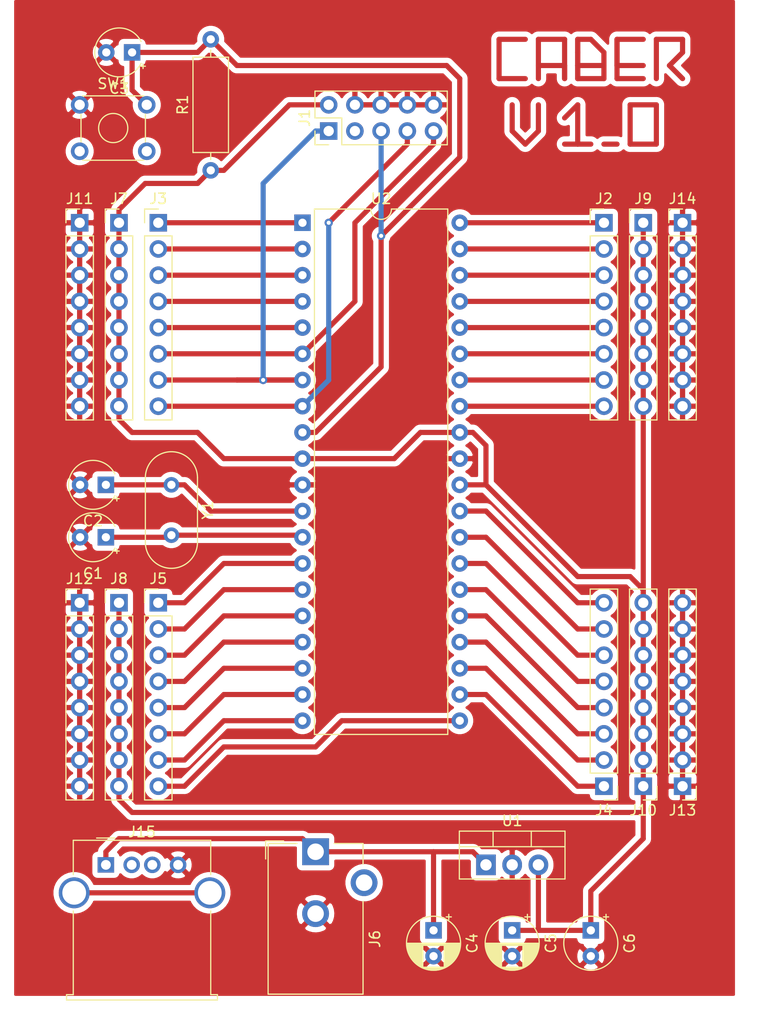
<source format=kicad_pcb>
(kicad_pcb (version 20171130) (host pcbnew 5.99.0+really5.1.10+dfsg1-1)
  (layers (0 F.Cu signal) (31 B.Cu signal) (34 B.Paste user) (35 F.Paste user) (36 B.SilkS user) (37 F.SilkS user) (38 B.Mask user) (39 F.Mask user) (44 Edge.Cuts user))
  (net 0 "")
  (net 1 "Net-(C1-Pad1)")
  (net 2 "Net-(C2-Pad1)")
  (net 3 "Net-(C3-Pad1)")
  (net 4 VDD)
  (net 5 VCC)
  (net 6 "Net-(J1-Pad1)")
  (net 7 "Net-(J1-Pad3)")
  (net 8 "Net-(J1-Pad7)")
  (net 9 "Net-(J1-Pad9)")
  (net 10 "Net-(J2-Pad8)")
  (net 11 "Net-(J2-Pad7)")
  (net 12 "Net-(J2-Pad6)")
  (net 13 "Net-(J2-Pad5)")
  (net 14 "Net-(J2-Pad4)")
  (net 15 "Net-(J2-Pad3)")
  (net 16 "Net-(J2-Pad2)")
  (net 17 "Net-(J2-Pad1)")
  (net 18 "Net-(J3-Pad1)")
  (net 19 "Net-(J3-Pad2)")
  (net 20 "Net-(J3-Pad3)")
  (net 21 "Net-(J3-Pad4)")
  (net 22 "Net-(J3-Pad5)")
  (net 23 "Net-(J4-Pad8)")
  (net 24 "Net-(J4-Pad7)")
  (net 25 "Net-(J4-Pad6)")
  (net 26 "Net-(J4-Pad5)")
  (net 27 "Net-(J4-Pad4)")
  (net 28 "Net-(J4-Pad3)")
  (net 29 "Net-(J4-Pad2)")
  (net 30 "Net-(J4-Pad1)")
  (net 31 "Net-(J5-Pad1)")
  (net 32 "Net-(J5-Pad2)")
  (net 33 "Net-(J5-Pad3)")
  (net 34 "Net-(J5-Pad4)")
  (net 35 "Net-(J5-Pad5)")
  (net 36 "Net-(J5-Pad6)")
  (net 37 "Net-(J5-Pad7)")
  (net 38 "Net-(J5-Pad8)")
  (net 39 GNDS)
  (net 40 "Net-(J15-Pad5)")
  (net 41 "Net-(J15-Pad2)")
  (net 42 "Net-(J15-Pad3)")
  (module Connector_BarrelJack:BarrelJack_CUI_PJ-102AH_Horizontal (layer F.Cu) (at 97.79 116.84)
    (fp_text reference J6 (at 5.75 8.45 90) (layer F.SilkS))
    (fp_text value Jack-DC)
    (pad 1 thru_hole rect (at 0 0) (size 2.6 2.6) (drill 1.6) (layers *.Cu *.Mask) (net 4 VDD))
    (pad 2 thru_hole circle (at 0 6) (size 2.6 2.6) (drill 1.6) (layers *.Cu *.Mask) (net 39 GNDS))
    (pad 3 thru_hole circle (at 4.7 3) (size 2.6 2.6) (drill 1.6) (layers *.Cu *.Mask))
  )
  (module Package_DIP:DIP-40_W15.24mm (layer F.Cu) (at 96.52 55.88)
    (fp_text reference U2 (at 7.62 -2.33) (layer F.SilkS))
    (fp_text value ATmega1284-PU)
    (pad 1 thru_hole rect (at 0 0) (size 1.6 1.6) (drill 0.8) (layers *.Cu *.Mask) (net 18 "Net-(J3-Pad1)"))
    (pad 21 thru_hole oval (at 15.24 48.26) (size 1.6 1.6) (drill 0.8) (layers *.Cu *.Mask) (net 38 "Net-(J5-Pad8)"))
    (pad 2 thru_hole oval (at 0 2.54) (size 1.6 1.6) (drill 0.8) (layers *.Cu *.Mask) (net 19 "Net-(J3-Pad2)"))
    (pad 22 thru_hole oval (at 15.24 45.72) (size 1.6 1.6) (drill 0.8) (layers *.Cu *.Mask) (net 30 "Net-(J4-Pad1)"))
    (pad 3 thru_hole oval (at 0 5.08) (size 1.6 1.6) (drill 0.8) (layers *.Cu *.Mask) (net 20 "Net-(J3-Pad3)"))
    (pad 23 thru_hole oval (at 15.24 43.18) (size 1.6 1.6) (drill 0.8) (layers *.Cu *.Mask) (net 29 "Net-(J4-Pad2)"))
    (pad 4 thru_hole oval (at 0 7.62) (size 1.6 1.6) (drill 0.8) (layers *.Cu *.Mask) (net 21 "Net-(J3-Pad4)"))
    (pad 24 thru_hole oval (at 15.24 40.64) (size 1.6 1.6) (drill 0.8) (layers *.Cu *.Mask) (net 28 "Net-(J4-Pad3)"))
    (pad 5 thru_hole oval (at 0 10.16) (size 1.6 1.6) (drill 0.8) (layers *.Cu *.Mask) (net 22 "Net-(J3-Pad5)"))
    (pad 25 thru_hole oval (at 15.24 38.1) (size 1.6 1.6) (drill 0.8) (layers *.Cu *.Mask) (net 27 "Net-(J4-Pad4)"))
    (pad 6 thru_hole oval (at 0 12.7) (size 1.6 1.6) (drill 0.8) (layers *.Cu *.Mask) (net 9 "Net-(J1-Pad9)"))
    (pad 26 thru_hole oval (at 15.24 35.56) (size 1.6 1.6) (drill 0.8) (layers *.Cu *.Mask) (net 26 "Net-(J4-Pad5)"))
    (pad 7 thru_hole oval (at 0 15.24) (size 1.6 1.6) (drill 0.8) (layers *.Cu *.Mask) (net 6 "Net-(J1-Pad1)"))
    (pad 27 thru_hole oval (at 15.24 33.02) (size 1.6 1.6) (drill 0.8) (layers *.Cu *.Mask) (net 25 "Net-(J4-Pad6)"))
    (pad 8 thru_hole oval (at 0 17.78) (size 1.6 1.6) (drill 0.8) (layers *.Cu *.Mask) (net 8 "Net-(J1-Pad7)"))
    (pad 28 thru_hole oval (at 15.24 30.48) (size 1.6 1.6) (drill 0.8) (layers *.Cu *.Mask) (net 24 "Net-(J4-Pad7)"))
    (pad 9 thru_hole oval (at 0 20.32) (size 1.6 1.6) (drill 0.8) (layers *.Cu *.Mask) (net 3 "Net-(C3-Pad1)"))
    (pad 29 thru_hole oval (at 15.24 27.94) (size 1.6 1.6) (drill 0.8) (layers *.Cu *.Mask) (net 23 "Net-(J4-Pad8)"))
    (pad 10 thru_hole oval (at 0 22.86) (size 1.6 1.6) (drill 0.8) (layers *.Cu *.Mask) (net 5 VCC))
    (pad 30 thru_hole oval (at 15.24 25.4) (size 1.6 1.6) (drill 0.8) (layers *.Cu *.Mask) (net 5 VCC))
    (pad 11 thru_hole oval (at 0 25.4) (size 1.6 1.6) (drill 0.8) (layers *.Cu *.Mask) (net 39 GNDS))
    (pad 31 thru_hole oval (at 15.24 22.86) (size 1.6 1.6) (drill 0.8) (layers *.Cu *.Mask) (net 39 GNDS))
    (pad 12 thru_hole oval (at 0 27.94) (size 1.6 1.6) (drill 0.8) (layers *.Cu *.Mask) (net 2 "Net-(C2-Pad1)"))
    (pad 32 thru_hole oval (at 15.24 20.32) (size 1.6 1.6) (drill 0.8) (layers *.Cu *.Mask) (net 5 VCC))
    (pad 13 thru_hole oval (at 0 30.48) (size 1.6 1.6) (drill 0.8) (layers *.Cu *.Mask) (net 1 "Net-(C1-Pad1)"))
    (pad 33 thru_hole oval (at 15.24 17.78) (size 1.6 1.6) (drill 0.8) (layers *.Cu *.Mask) (net 10 "Net-(J2-Pad8)"))
    (pad 14 thru_hole oval (at 0 33.02) (size 1.6 1.6) (drill 0.8) (layers *.Cu *.Mask) (net 31 "Net-(J5-Pad1)"))
    (pad 34 thru_hole oval (at 15.24 15.24) (size 1.6 1.6) (drill 0.8) (layers *.Cu *.Mask) (net 11 "Net-(J2-Pad7)"))
    (pad 15 thru_hole oval (at 0 35.56) (size 1.6 1.6) (drill 0.8) (layers *.Cu *.Mask) (net 32 "Net-(J5-Pad2)"))
    (pad 35 thru_hole oval (at 15.24 12.7) (size 1.6 1.6) (drill 0.8) (layers *.Cu *.Mask) (net 12 "Net-(J2-Pad6)"))
    (pad 16 thru_hole oval (at 0 38.1) (size 1.6 1.6) (drill 0.8) (layers *.Cu *.Mask) (net 33 "Net-(J5-Pad3)"))
    (pad 36 thru_hole oval (at 15.24 10.16) (size 1.6 1.6) (drill 0.8) (layers *.Cu *.Mask) (net 13 "Net-(J2-Pad5)"))
    (pad 17 thru_hole oval (at 0 40.64) (size 1.6 1.6) (drill 0.8) (layers *.Cu *.Mask) (net 34 "Net-(J5-Pad4)"))
    (pad 37 thru_hole oval (at 15.24 7.62) (size 1.6 1.6) (drill 0.8) (layers *.Cu *.Mask) (net 14 "Net-(J2-Pad4)"))
    (pad 18 thru_hole oval (at 0 43.18) (size 1.6 1.6) (drill 0.8) (layers *.Cu *.Mask) (net 35 "Net-(J5-Pad5)"))
    (pad 38 thru_hole oval (at 15.24 5.08) (size 1.6 1.6) (drill 0.8) (layers *.Cu *.Mask) (net 15 "Net-(J2-Pad3)"))
    (pad 19 thru_hole oval (at 0 45.72) (size 1.6 1.6) (drill 0.8) (layers *.Cu *.Mask) (net 36 "Net-(J5-Pad6)"))
    (pad 39 thru_hole oval (at 15.24 2.54) (size 1.6 1.6) (drill 0.8) (layers *.Cu *.Mask) (net 16 "Net-(J2-Pad2)"))
    (pad 20 thru_hole oval (at 0 48.26) (size 1.6 1.6) (drill 0.8) (layers *.Cu *.Mask) (net 37 "Net-(J5-Pad7)"))
    (pad 40 thru_hole oval (at 15.24 0) (size 1.6 1.6) (drill 0.8) (layers *.Cu *.Mask) (net 17 "Net-(J2-Pad1)"))
  )
  (module Connector_PinHeader_2.54mm:PinHeader_2x05_P2.54mm_Vertical (layer F.Cu) (at 99.06 46.99 90)
    (fp_text reference J1 (at 1.27 -2.33 90) (layer F.SilkS))
    (fp_text value AVR-ISP-10)
    (pad 1 thru_hole rect (at 0 0 90) (size 1.7 1.7) (drill 1) (layers *.Cu *.Mask) (net 6 "Net-(J1-Pad1)"))
    (pad 2 thru_hole oval (at 2.54 0 90) (size 1.7 1.7) (drill 1) (layers *.Cu *.Mask) (net 5 VCC))
    (pad 3 thru_hole oval (at 0 2.54 90) (size 1.7 1.7) (drill 1) (layers *.Cu *.Mask) (net 7 "Net-(J1-Pad3)"))
    (pad 4 thru_hole oval (at 2.54 2.54 90) (size 1.7 1.7) (drill 1) (layers *.Cu *.Mask) (net 39 GNDS))
    (pad 5 thru_hole oval (at 0 5.08 90) (size 1.7 1.7) (drill 1) (layers *.Cu *.Mask) (net 3 "Net-(C3-Pad1)"))
    (pad 6 thru_hole oval (at 2.54 5.08 90) (size 1.7 1.7) (drill 1) (layers *.Cu *.Mask) (net 39 GNDS))
    (pad 7 thru_hole oval (at 0 7.62 90) (size 1.7 1.7) (drill 1) (layers *.Cu *.Mask) (net 8 "Net-(J1-Pad7)"))
    (pad 8 thru_hole oval (at 2.54 7.62 90) (size 1.7 1.7) (drill 1) (layers *.Cu *.Mask) (net 39 GNDS))
    (pad 9 thru_hole oval (at 0 10.16 90) (size 1.7 1.7) (drill 1) (layers *.Cu *.Mask) (net 9 "Net-(J1-Pad9)"))
    (pad 10 thru_hole oval (at 2.54 10.16 90) (size 1.7 1.7) (drill 1) (layers *.Cu *.Mask) (net 39 GNDS))
  )
  (module Capacitor_THT:CP_Radial_Tantal_D4.5mm_P2.50mm (layer F.Cu) (at 77.47 86.36 180)
    (fp_text reference C1 (at 1.25 -3.5) (layer F.SilkS))
    (fp_text value C)
    (pad 1 thru_hole rect (at 0 0 180) (size 1.6 1.6) (drill 0.8) (layers *.Cu *.Mask) (net 1 "Net-(C1-Pad1)"))
    (pad 2 thru_hole circle (at 2.5 0 180) (size 1.6 1.6) (drill 0.8) (layers *.Cu *.Mask) (net 39 GNDS))
  )
  (module Capacitor_THT:CP_Radial_Tantal_D4.5mm_P2.50mm (layer F.Cu) (at 77.47 81.28 180)
    (fp_text reference C2 (at 1.25 -3.5) (layer F.SilkS))
    (fp_text value C)
    (pad 2 thru_hole circle (at 2.5 0 180) (size 1.6 1.6) (drill 0.8) (layers *.Cu *.Mask) (net 39 GNDS))
    (pad 1 thru_hole rect (at 0 0 180) (size 1.6 1.6) (drill 0.8) (layers *.Cu *.Mask) (net 2 "Net-(C2-Pad1)"))
  )
  (module Capacitor_THT:CP_Radial_Tantal_D4.5mm_P2.50mm (layer F.Cu) (at 80.01 39.37 180)
    (fp_text reference C3 (at 1.25 -3.5) (layer F.SilkS))
    (fp_text value C)
    (pad 1 thru_hole rect (at 0 0 180) (size 1.6 1.6) (drill 0.8) (layers *.Cu *.Mask) (net 3 "Net-(C3-Pad1)"))
    (pad 2 thru_hole circle (at 2.5 0 180) (size 1.6 1.6) (drill 0.8) (layers *.Cu *.Mask) (net 39 GNDS))
  )
  (module Capacitor_THT:CP_Radial_D5.0mm_P2.50mm (layer F.Cu) (at 109.22 124.46 270)
    (fp_text reference C4 (at 1.25 -3.75 90) (layer F.SilkS))
    (fp_text value CP)
    (pad 1 thru_hole rect (at 0 0 270) (size 1.6 1.6) (drill 0.8) (layers *.Cu *.Mask) (net 4 VDD))
    (pad 2 thru_hole circle (at 2.5 0 270) (size 1.6 1.6) (drill 0.8) (layers *.Cu *.Mask) (net 39 GNDS))
  )
  (module Capacitor_THT:CP_Radial_D5.0mm_P2.50mm (layer F.Cu) (at 116.84 124.46 270)
    (fp_text reference C5 (at 1.25 -3.75 90) (layer F.SilkS))
    (fp_text value CP)
    (pad 2 thru_hole circle (at 2.5 0 270) (size 1.6 1.6) (drill 0.8) (layers *.Cu *.Mask) (net 39 GNDS))
    (pad 1 thru_hole rect (at 0 0 270) (size 1.6 1.6) (drill 0.8) (layers *.Cu *.Mask) (net 5 VCC))
  )
  (module Connector_PinHeader_2.54mm:PinHeader_1x08_P2.54mm_Vertical (layer F.Cu) (at 125.73 55.88)
    (fp_text reference J2 (at 0 -2.33) (layer F.SilkS))
    (fp_text value Conn_01x08_Female)
    (pad 8 thru_hole oval (at 0 17.78) (size 1.7 1.7) (drill 1) (layers *.Cu *.Mask) (net 10 "Net-(J2-Pad8)"))
    (pad 7 thru_hole oval (at 0 15.24) (size 1.7 1.7) (drill 1) (layers *.Cu *.Mask) (net 11 "Net-(J2-Pad7)"))
    (pad 6 thru_hole oval (at 0 12.7) (size 1.7 1.7) (drill 1) (layers *.Cu *.Mask) (net 12 "Net-(J2-Pad6)"))
    (pad 5 thru_hole oval (at 0 10.16) (size 1.7 1.7) (drill 1) (layers *.Cu *.Mask) (net 13 "Net-(J2-Pad5)"))
    (pad 4 thru_hole oval (at 0 7.62) (size 1.7 1.7) (drill 1) (layers *.Cu *.Mask) (net 14 "Net-(J2-Pad4)"))
    (pad 3 thru_hole oval (at 0 5.08) (size 1.7 1.7) (drill 1) (layers *.Cu *.Mask) (net 15 "Net-(J2-Pad3)"))
    (pad 2 thru_hole oval (at 0 2.54) (size 1.7 1.7) (drill 1) (layers *.Cu *.Mask) (net 16 "Net-(J2-Pad2)"))
    (pad 1 thru_hole rect (at 0 0) (size 1.7 1.7) (drill 1) (layers *.Cu *.Mask) (net 17 "Net-(J2-Pad1)"))
  )
  (module Connector_PinHeader_2.54mm:PinHeader_1x08_P2.54mm_Vertical (layer F.Cu) (at 82.55 55.88)
    (fp_text reference J3 (at 0 -2.33) (layer F.SilkS))
    (fp_text value Conn_01x08_Female)
    (pad 1 thru_hole rect (at 0 0) (size 1.7 1.7) (drill 1) (layers *.Cu *.Mask) (net 18 "Net-(J3-Pad1)"))
    (pad 2 thru_hole oval (at 0 2.54) (size 1.7 1.7) (drill 1) (layers *.Cu *.Mask) (net 19 "Net-(J3-Pad2)"))
    (pad 3 thru_hole oval (at 0 5.08) (size 1.7 1.7) (drill 1) (layers *.Cu *.Mask) (net 20 "Net-(J3-Pad3)"))
    (pad 4 thru_hole oval (at 0 7.62) (size 1.7 1.7) (drill 1) (layers *.Cu *.Mask) (net 21 "Net-(J3-Pad4)"))
    (pad 5 thru_hole oval (at 0 10.16) (size 1.7 1.7) (drill 1) (layers *.Cu *.Mask) (net 22 "Net-(J3-Pad5)"))
    (pad 6 thru_hole oval (at 0 12.7) (size 1.7 1.7) (drill 1) (layers *.Cu *.Mask) (net 9 "Net-(J1-Pad9)"))
    (pad 7 thru_hole oval (at 0 15.24) (size 1.7 1.7) (drill 1) (layers *.Cu *.Mask) (net 6 "Net-(J1-Pad1)"))
    (pad 8 thru_hole oval (at 0 17.78) (size 1.7 1.7) (drill 1) (layers *.Cu *.Mask) (net 8 "Net-(J1-Pad7)"))
  )
  (module Connector_PinHeader_2.54mm:PinHeader_1x08_P2.54mm_Vertical (layer F.Cu) (at 125.73 110.49 180)
    (fp_text reference J4 (at 0 -2.33) (layer F.SilkS))
    (fp_text value Conn_01x08_Female)
    (pad 8 thru_hole oval (at 0 17.78 180) (size 1.7 1.7) (drill 1) (layers *.Cu *.Mask) (net 23 "Net-(J4-Pad8)"))
    (pad 7 thru_hole oval (at 0 15.24 180) (size 1.7 1.7) (drill 1) (layers *.Cu *.Mask) (net 24 "Net-(J4-Pad7)"))
    (pad 6 thru_hole oval (at 0 12.7 180) (size 1.7 1.7) (drill 1) (layers *.Cu *.Mask) (net 25 "Net-(J4-Pad6)"))
    (pad 5 thru_hole oval (at 0 10.16 180) (size 1.7 1.7) (drill 1) (layers *.Cu *.Mask) (net 26 "Net-(J4-Pad5)"))
    (pad 4 thru_hole oval (at 0 7.62 180) (size 1.7 1.7) (drill 1) (layers *.Cu *.Mask) (net 27 "Net-(J4-Pad4)"))
    (pad 3 thru_hole oval (at 0 5.08 180) (size 1.7 1.7) (drill 1) (layers *.Cu *.Mask) (net 28 "Net-(J4-Pad3)"))
    (pad 2 thru_hole oval (at 0 2.54 180) (size 1.7 1.7) (drill 1) (layers *.Cu *.Mask) (net 29 "Net-(J4-Pad2)"))
    (pad 1 thru_hole rect (at 0 0 180) (size 1.7 1.7) (drill 1) (layers *.Cu *.Mask) (net 30 "Net-(J4-Pad1)"))
  )
  (module Connector_PinHeader_2.54mm:PinHeader_1x08_P2.54mm_Vertical (layer F.Cu) (at 82.55 92.71)
    (fp_text reference J5 (at 0 -2.33) (layer F.SilkS))
    (fp_text value Conn_01x08_Female)
    (pad 1 thru_hole rect (at 0 0) (size 1.7 1.7) (drill 1) (layers *.Cu *.Mask) (net 31 "Net-(J5-Pad1)"))
    (pad 2 thru_hole oval (at 0 2.54) (size 1.7 1.7) (drill 1) (layers *.Cu *.Mask) (net 32 "Net-(J5-Pad2)"))
    (pad 3 thru_hole oval (at 0 5.08) (size 1.7 1.7) (drill 1) (layers *.Cu *.Mask) (net 33 "Net-(J5-Pad3)"))
    (pad 4 thru_hole oval (at 0 7.62) (size 1.7 1.7) (drill 1) (layers *.Cu *.Mask) (net 34 "Net-(J5-Pad4)"))
    (pad 5 thru_hole oval (at 0 10.16) (size 1.7 1.7) (drill 1) (layers *.Cu *.Mask) (net 35 "Net-(J5-Pad5)"))
    (pad 6 thru_hole oval (at 0 12.7) (size 1.7 1.7) (drill 1) (layers *.Cu *.Mask) (net 36 "Net-(J5-Pad6)"))
    (pad 7 thru_hole oval (at 0 15.24) (size 1.7 1.7) (drill 1) (layers *.Cu *.Mask) (net 37 "Net-(J5-Pad7)"))
    (pad 8 thru_hole oval (at 0 17.78) (size 1.7 1.7) (drill 1) (layers *.Cu *.Mask) (net 38 "Net-(J5-Pad8)"))
  )
  (module Connector_PinHeader_2.54mm:PinHeader_1x08_P2.54mm_Vertical (layer F.Cu) (at 78.74 55.88)
    (fp_text reference J7 (at 0 -2.33) (layer F.SilkS))
    (fp_text value Conn_01x08_Female)
    (pad 1 thru_hole rect (at 0 0) (size 1.7 1.7) (drill 1) (layers *.Cu *.Mask) (net 5 VCC))
    (pad 2 thru_hole oval (at 0 2.54) (size 1.7 1.7) (drill 1) (layers *.Cu *.Mask) (net 5 VCC))
    (pad 3 thru_hole oval (at 0 5.08) (size 1.7 1.7) (drill 1) (layers *.Cu *.Mask) (net 5 VCC))
    (pad 4 thru_hole oval (at 0 7.62) (size 1.7 1.7) (drill 1) (layers *.Cu *.Mask) (net 5 VCC))
    (pad 5 thru_hole oval (at 0 10.16) (size 1.7 1.7) (drill 1) (layers *.Cu *.Mask) (net 5 VCC))
    (pad 6 thru_hole oval (at 0 12.7) (size 1.7 1.7) (drill 1) (layers *.Cu *.Mask) (net 5 VCC))
    (pad 7 thru_hole oval (at 0 15.24) (size 1.7 1.7) (drill 1) (layers *.Cu *.Mask) (net 5 VCC))
    (pad 8 thru_hole oval (at 0 17.78) (size 1.7 1.7) (drill 1) (layers *.Cu *.Mask) (net 5 VCC))
  )
  (module Connector_PinHeader_2.54mm:PinHeader_1x08_P2.54mm_Vertical (layer F.Cu) (at 78.74 92.71)
    (fp_text reference J8 (at 0 -2.33) (layer F.SilkS))
    (fp_text value Conn_01x08_Female)
    (pad 8 thru_hole oval (at 0 17.78) (size 1.7 1.7) (drill 1) (layers *.Cu *.Mask) (net 5 VCC))
    (pad 7 thru_hole oval (at 0 15.24) (size 1.7 1.7) (drill 1) (layers *.Cu *.Mask) (net 5 VCC))
    (pad 6 thru_hole oval (at 0 12.7) (size 1.7 1.7) (drill 1) (layers *.Cu *.Mask) (net 5 VCC))
    (pad 5 thru_hole oval (at 0 10.16) (size 1.7 1.7) (drill 1) (layers *.Cu *.Mask) (net 5 VCC))
    (pad 4 thru_hole oval (at 0 7.62) (size 1.7 1.7) (drill 1) (layers *.Cu *.Mask) (net 5 VCC))
    (pad 3 thru_hole oval (at 0 5.08) (size 1.7 1.7) (drill 1) (layers *.Cu *.Mask) (net 5 VCC))
    (pad 2 thru_hole oval (at 0 2.54) (size 1.7 1.7) (drill 1) (layers *.Cu *.Mask) (net 5 VCC))
    (pad 1 thru_hole rect (at 0 0) (size 1.7 1.7) (drill 1) (layers *.Cu *.Mask) (net 5 VCC))
  )
  (module Connector_PinHeader_2.54mm:PinHeader_1x08_P2.54mm_Vertical (layer F.Cu) (at 129.54 55.88)
    (fp_text reference J9 (at 0 -2.33) (layer F.SilkS))
    (fp_text value Conn_01x08_Female)
    (pad 1 thru_hole rect (at 0 0) (size 1.7 1.7) (drill 1) (layers *.Cu *.Mask) (net 5 VCC))
    (pad 2 thru_hole oval (at 0 2.54) (size 1.7 1.7) (drill 1) (layers *.Cu *.Mask) (net 5 VCC))
    (pad 3 thru_hole oval (at 0 5.08) (size 1.7 1.7) (drill 1) (layers *.Cu *.Mask) (net 5 VCC))
    (pad 4 thru_hole oval (at 0 7.62) (size 1.7 1.7) (drill 1) (layers *.Cu *.Mask) (net 5 VCC))
    (pad 5 thru_hole oval (at 0 10.16) (size 1.7 1.7) (drill 1) (layers *.Cu *.Mask) (net 5 VCC))
    (pad 6 thru_hole oval (at 0 12.7) (size 1.7 1.7) (drill 1) (layers *.Cu *.Mask) (net 5 VCC))
    (pad 7 thru_hole oval (at 0 15.24) (size 1.7 1.7) (drill 1) (layers *.Cu *.Mask) (net 5 VCC))
    (pad 8 thru_hole oval (at 0 17.78) (size 1.7 1.7) (drill 1) (layers *.Cu *.Mask) (net 5 VCC))
  )
  (module Connector_PinHeader_2.54mm:PinHeader_1x08_P2.54mm_Vertical (layer F.Cu) (at 129.54 110.49 180)
    (fp_text reference J10 (at 0 -2.33) (layer F.SilkS))
    (fp_text value Conn_01x08_Female)
    (pad 1 thru_hole rect (at 0 0 180) (size 1.7 1.7) (drill 1) (layers *.Cu *.Mask) (net 5 VCC))
    (pad 2 thru_hole oval (at 0 2.54 180) (size 1.7 1.7) (drill 1) (layers *.Cu *.Mask) (net 5 VCC))
    (pad 3 thru_hole oval (at 0 5.08 180) (size 1.7 1.7) (drill 1) (layers *.Cu *.Mask) (net 5 VCC))
    (pad 4 thru_hole oval (at 0 7.62 180) (size 1.7 1.7) (drill 1) (layers *.Cu *.Mask) (net 5 VCC))
    (pad 5 thru_hole oval (at 0 10.16 180) (size 1.7 1.7) (drill 1) (layers *.Cu *.Mask) (net 5 VCC))
    (pad 6 thru_hole oval (at 0 12.7 180) (size 1.7 1.7) (drill 1) (layers *.Cu *.Mask) (net 5 VCC))
    (pad 7 thru_hole oval (at 0 15.24 180) (size 1.7 1.7) (drill 1) (layers *.Cu *.Mask) (net 5 VCC))
    (pad 8 thru_hole oval (at 0 17.78 180) (size 1.7 1.7) (drill 1) (layers *.Cu *.Mask) (net 5 VCC))
  )
  (module Connector_PinHeader_2.54mm:PinHeader_1x08_P2.54mm_Vertical (layer F.Cu) (at 74.93 55.88)
    (fp_text reference J11 (at 0 -2.33) (layer F.SilkS))
    (fp_text value Conn_01x08_Female)
    (pad 8 thru_hole oval (at 0 17.78) (size 1.7 1.7) (drill 1) (layers *.Cu *.Mask) (net 39 GNDS))
    (pad 7 thru_hole oval (at 0 15.24) (size 1.7 1.7) (drill 1) (layers *.Cu *.Mask) (net 39 GNDS))
    (pad 6 thru_hole oval (at 0 12.7) (size 1.7 1.7) (drill 1) (layers *.Cu *.Mask) (net 39 GNDS))
    (pad 5 thru_hole oval (at 0 10.16) (size 1.7 1.7) (drill 1) (layers *.Cu *.Mask) (net 39 GNDS))
    (pad 4 thru_hole oval (at 0 7.62) (size 1.7 1.7) (drill 1) (layers *.Cu *.Mask) (net 39 GNDS))
    (pad 3 thru_hole oval (at 0 5.08) (size 1.7 1.7) (drill 1) (layers *.Cu *.Mask) (net 39 GNDS))
    (pad 2 thru_hole oval (at 0 2.54) (size 1.7 1.7) (drill 1) (layers *.Cu *.Mask) (net 39 GNDS))
    (pad 1 thru_hole rect (at 0 0) (size 1.7 1.7) (drill 1) (layers *.Cu *.Mask) (net 39 GNDS))
  )
  (module Connector_PinHeader_2.54mm:PinHeader_1x08_P2.54mm_Vertical (layer F.Cu) (at 74.93 92.71)
    (fp_text reference J12 (at 0 -2.33) (layer F.SilkS))
    (fp_text value Conn_01x08_Female)
    (pad 8 thru_hole oval (at 0 17.78) (size 1.7 1.7) (drill 1) (layers *.Cu *.Mask) (net 39 GNDS))
    (pad 7 thru_hole oval (at 0 15.24) (size 1.7 1.7) (drill 1) (layers *.Cu *.Mask) (net 39 GNDS))
    (pad 6 thru_hole oval (at 0 12.7) (size 1.7 1.7) (drill 1) (layers *.Cu *.Mask) (net 39 GNDS))
    (pad 5 thru_hole oval (at 0 10.16) (size 1.7 1.7) (drill 1) (layers *.Cu *.Mask) (net 39 GNDS))
    (pad 4 thru_hole oval (at 0 7.62) (size 1.7 1.7) (drill 1) (layers *.Cu *.Mask) (net 39 GNDS))
    (pad 3 thru_hole oval (at 0 5.08) (size 1.7 1.7) (drill 1) (layers *.Cu *.Mask) (net 39 GNDS))
    (pad 2 thru_hole oval (at 0 2.54) (size 1.7 1.7) (drill 1) (layers *.Cu *.Mask) (net 39 GNDS))
    (pad 1 thru_hole rect (at 0 0) (size 1.7 1.7) (drill 1) (layers *.Cu *.Mask) (net 39 GNDS))
  )
  (module Connector_PinHeader_2.54mm:PinHeader_1x08_P2.54mm_Vertical (layer F.Cu) (at 133.35 110.49 180)
    (fp_text reference J13 (at 0 -2.33) (layer F.SilkS))
    (fp_text value Conn_01x08_Female)
    (pad 1 thru_hole rect (at 0 0 180) (size 1.7 1.7) (drill 1) (layers *.Cu *.Mask) (net 39 GNDS))
    (pad 2 thru_hole oval (at 0 2.54 180) (size 1.7 1.7) (drill 1) (layers *.Cu *.Mask) (net 39 GNDS))
    (pad 3 thru_hole oval (at 0 5.08 180) (size 1.7 1.7) (drill 1) (layers *.Cu *.Mask) (net 39 GNDS))
    (pad 4 thru_hole oval (at 0 7.62 180) (size 1.7 1.7) (drill 1) (layers *.Cu *.Mask) (net 39 GNDS))
    (pad 5 thru_hole oval (at 0 10.16 180) (size 1.7 1.7) (drill 1) (layers *.Cu *.Mask) (net 39 GNDS))
    (pad 6 thru_hole oval (at 0 12.7 180) (size 1.7 1.7) (drill 1) (layers *.Cu *.Mask) (net 39 GNDS))
    (pad 7 thru_hole oval (at 0 15.24 180) (size 1.7 1.7) (drill 1) (layers *.Cu *.Mask) (net 39 GNDS))
    (pad 8 thru_hole oval (at 0 17.78 180) (size 1.7 1.7) (drill 1) (layers *.Cu *.Mask) (net 39 GNDS))
  )
  (module Connector_PinHeader_2.54mm:PinHeader_1x08_P2.54mm_Vertical (layer F.Cu) (at 133.35 55.88)
    (fp_text reference J14 (at 0 -2.33) (layer F.SilkS))
    (fp_text value Conn_01x08_Female)
    (pad 8 thru_hole oval (at 0 17.78) (size 1.7 1.7) (drill 1) (layers *.Cu *.Mask) (net 39 GNDS))
    (pad 7 thru_hole oval (at 0 15.24) (size 1.7 1.7) (drill 1) (layers *.Cu *.Mask) (net 39 GNDS))
    (pad 6 thru_hole oval (at 0 12.7) (size 1.7 1.7) (drill 1) (layers *.Cu *.Mask) (net 39 GNDS))
    (pad 5 thru_hole oval (at 0 10.16) (size 1.7 1.7) (drill 1) (layers *.Cu *.Mask) (net 39 GNDS))
    (pad 4 thru_hole oval (at 0 7.62) (size 1.7 1.7) (drill 1) (layers *.Cu *.Mask) (net 39 GNDS))
    (pad 3 thru_hole oval (at 0 5.08) (size 1.7 1.7) (drill 1) (layers *.Cu *.Mask) (net 39 GNDS))
    (pad 2 thru_hole oval (at 0 2.54) (size 1.7 1.7) (drill 1) (layers *.Cu *.Mask) (net 39 GNDS))
    (pad 1 thru_hole rect (at 0 0) (size 1.7 1.7) (drill 1) (layers *.Cu *.Mask) (net 39 GNDS))
  )
  (module Resistor_THT:R_Axial_DIN0309_L9.0mm_D3.2mm_P12.70mm_Horizontal (layer F.Cu) (at 87.63 50.8 90)
    (fp_text reference R1 (at 6.35 -2.72 90) (layer F.SilkS))
    (fp_text value R)
    (pad 1 thru_hole circle (at 0 0 90) (size 1.6 1.6) (drill 0.8) (layers *.Cu *.Mask) (net 5 VCC))
    (pad 2 thru_hole oval (at 12.7 0 90) (size 1.6 1.6) (drill 0.8) (layers *.Cu *.Mask) (net 3 "Net-(C3-Pad1)"))
  )
  (module Package_TO_SOT_THT:TO-220-3_Vertical (layer F.Cu) (at 114.3 118.11)
    (fp_text reference U1 (at 2.54 -4.27) (layer F.SilkS))
    (fp_text value LM7805_TO220)
    (pad 1 thru_hole rect (at 0 0) (size 1.905 2) (drill 1.1) (layers *.Cu *.Mask) (net 4 VDD))
    (pad 2 thru_hole oval (at 2.54 0) (size 1.905 2) (drill 1.1) (layers *.Cu *.Mask) (net 39 GNDS))
    (pad 3 thru_hole oval (at 5.08 0) (size 1.905 2) (drill 1.1) (layers *.Cu *.Mask) (net 5 VCC))
  )
  (module Button_Switch_THT:SW_TH_Tactile_Omron_B3F-10xx (layer F.Cu) (at 74.93 44.45)
    (fp_text reference SW1 (at 3.25 -2.05) (layer F.SilkS))
    (fp_text value SW_Push_Dual_x2)
    (pad 4 thru_hole circle (at 6.5 4.5) (size 1.7 1.7) (drill 1) (layers *.Cu *.Mask))
    (pad 3 thru_hole circle (at 0 4.5) (size 1.7 1.7) (drill 1) (layers *.Cu *.Mask))
    (pad 2 thru_hole circle (at 6.5 0) (size 1.7 1.7) (drill 1) (layers *.Cu *.Mask) (net 3 "Net-(C3-Pad1)"))
    (pad 1 thru_hole circle (at 0 0) (size 1.7 1.7) (drill 1) (layers *.Cu *.Mask) (net 39 GNDS))
  )
  (module Crystal:Crystal_HC49-U_Vertical (layer F.Cu) (at 83.82 81.28 270)
    (fp_text reference Y1 (at 2.44 -3.525 90) (layer F.SilkS))
    (fp_text value Crystal)
    (pad 1 thru_hole circle (at 0 0 270) (size 1.5 1.5) (drill 0.8) (layers *.Cu *.Mask) (net 2 "Net-(C2-Pad1)"))
    (pad 2 thru_hole circle (at 4.88 0 270) (size 1.5 1.5) (drill 0.8) (layers *.Cu *.Mask) (net 1 "Net-(C1-Pad1)"))
  )
  (module Connector_USB:USB_A_Molex_67643_Horizontal (layer F.Cu) (at 77.47 118.11)
    (fp_text reference J15 (at 3.5 -3.19) (layer F.SilkS))
    (fp_text value USB_A)
    (pad 5 thru_hole circle (at -3.07 2.71) (size 3 3) (drill 2.3) (layers *.Cu *.Mask) (net 40 "Net-(J15-Pad5)"))
    (pad 5 thru_hole circle (at 10.07 2.71) (size 3 3) (drill 2.3) (layers *.Cu *.Mask) (net 40 "Net-(J15-Pad5)"))
    (pad 1 thru_hole rect (at 0 0) (size 1.6 1.5) (drill 0.95) (layers *.Cu *.Mask) (net 4 VDD))
    (pad 2 thru_hole circle (at 2.5 0) (size 1.6 1.6) (drill 0.95) (layers *.Cu *.Mask) (net 41 "Net-(J15-Pad2)"))
    (pad 3 thru_hole circle (at 4.5 0) (size 1.6 1.6) (drill 0.95) (layers *.Cu *.Mask) (net 42 "Net-(J15-Pad3)"))
    (pad 4 thru_hole circle (at 7 0) (size 1.6 1.6) (drill 0.95) (layers *.Cu *.Mask) (net 39 GNDS))
  )
  (module Capacitor_THT:CP_Radial_Tantal_D5.0mm_P2.50mm (layer F.Cu) (at 124.46 124.46 270)
    (fp_text reference C6 (at 1.25 -3.75 90) (layer F.SilkS))
    (fp_text value C)
    (pad 1 thru_hole rect (at 0 0 270) (size 1.6 1.6) (drill 0.8) (layers *.Cu *.Mask) (net 5 VCC))
    (pad 2 thru_hole circle (at 2.5 0 270) (size 1.6 1.6) (drill 0.8) (layers *.Cu *.Mask) (net 39 GNDS))
  )
  (segment (start 119.38 41.91) (end 119.38 40.64) (width 0.25) (layer F.Cu) (net 0))
  (segment (start 121.92 40.64) (end 121.92 38.1) (width 0.25) (layer F.Cu) (net 0))
  (segment (start 119.38 38.1) (end 119.38 40.64) (width 0.25) (layer F.Cu) (net 0))
  (segment (start 127 40.64) (end 127 41.91) (width 0.25) (layer F.Cu) (net 0))
  (segment (start 116.84 44.45) (end 116.84 46.99) (width 0.5) (layer F.Cu) (net 0))
  (segment (start 116.84 46.99) (end 118.11 48.26) (width 0.5) (layer F.Cu) (net 0))
  (segment (start 118.11 48.26) (end 119.38 46.99) (width 0.5) (layer F.Cu) (net 0))
  (segment (start 119.38 46.99) (end 119.38 44.45) (width 0.5) (layer F.Cu) (net 0))
  (segment (start 124.46 48.26) (end 123.19 48.26) (width 0.5) (layer F.Cu) (net 0))
  (segment (start 121.92 48.26) (end 123.19 48.26) (width 0.5) (layer F.Cu) (net 0))
  (segment (start 123.19 48.26) (end 123.19 44.45) (width 0.5) (layer F.Cu) (net 0))
  (segment (start 123.19 44.45) (end 121.92 45.72) (width 0.5) (layer F.Cu) (net 0))
  (segment (start 125.73 48.26) (end 127 48.26) (width 0.5) (layer F.Cu) (net 0))
  (segment (start 128.27 48.26) (end 128.27 44.45) (width 0.5) (layer F.Cu) (net 0))
  (segment (start 128.27 44.45) (end 130.81 44.45) (width 0.5) (layer F.Cu) (net 0))
  (segment (start 130.81 44.45) (end 130.81 48.26) (width 0.5) (layer F.Cu) (net 0))
  (segment (start 130.81 48.26) (end 128.27 48.26) (width 0.5) (layer F.Cu) (net 0))
  (segment (start 115.57 38.1) (end 115.57 41.91) (width 0.5) (layer F.Cu) (net 0))
  (segment (start 118.11 38.1) (end 115.57 38.1) (width 0.5) (layer F.Cu) (net 0))
  (segment (start 118.11 41.91) (end 115.57 41.91) (width 0.5) (layer F.Cu) (net 0))
  (segment (start 119.38 41.91) (end 119.38 38.1) (width 0.5) (layer F.Cu) (net 0))
  (segment (start 119.38 38.1) (end 121.92 38.1) (width 0.5) (layer F.Cu) (net 0))
  (segment (start 121.92 38.1) (end 121.92 41.91) (width 0.5) (layer F.Cu) (net 0))
  (segment (start 121.92 41.91) (end 121.92 40.64) (width 0.5) (layer F.Cu) (net 0))
  (segment (start 119.38 40.64) (end 121.92 40.64) (width 0.5) (layer F.Cu) (net 0))
  (segment (start 123.19 38.1) (end 124.46 38.1) (width 0.5) (layer F.Cu) (net 0))
  (segment (start 124.46 38.1) (end 125.73 39.37) (width 0.5) (layer F.Cu) (net 0))
  (segment (start 125.73 39.37) (end 125.73 41.91) (width 0.5) (layer F.Cu) (net 0))
  (segment (start 125.73 41.91) (end 123.19 41.91) (width 0.5) (layer F.Cu) (net 0))
  (segment (start 123.19 41.91) (end 123.19 38.1) (width 0.5) (layer F.Cu) (net 0))
  (segment (start 123.19 38.1) (end 123.19 39.37) (width 0.5) (layer F.Cu) (net 0))
  (segment (start 123.19 40.64) (end 125.73 40.64) (width 0.5) (layer F.Cu) (net 0))
  (segment (start 123.19 39.37) (end 123.19 40.64) (width 0.5) (layer F.Cu) (net 0))
  (segment (start 123.19 40.64) (end 123.19 41.91) (width 0.5) (layer F.Cu) (net 0))
  (segment (start 129.54 38.1) (end 127 38.1) (width 0.5) (layer F.Cu) (net 0))
  (segment (start 127 41.91) (end 127 38.1) (width 0.5) (layer F.Cu) (net 0))
  (segment (start 127 38.1) (end 127 40.64) (width 0.5) (layer F.Cu) (net 0))
  (segment (start 129.54 40.64) (end 127 40.64) (width 0.5) (layer F.Cu) (net 0))
  (segment (start 129.54 41.91) (end 127 41.91) (width 0.5) (layer F.Cu) (net 0))
  (segment (start 133.35 38.1) (end 133.35 39.37) (width 0.5) (layer F.Cu) (net 0))
  (segment (start 132.08 40.64) (end 133.35 39.37) (width 0.5) (layer F.Cu) (net 0))
  (segment (start 133.35 41.91) (end 132.08 40.64) (width 0.5) (layer F.Cu) (net 0))
  (segment (start 133.35 38.1) (end 130.81 38.1) (width 0.5) (layer F.Cu) (net 0))
  (segment (start 130.81 38.1) (end 130.81 41.91) (width 0.5) (layer F.Cu) (net 0))
  (segment (start 96.32 86.16) (end 96.52 86.36) (width 0.5) (layer F.Cu) (net 1))
  (segment (start 83.82 86.16) (end 96.32 86.16) (width 0.5) (layer F.Cu) (net 1))
  (segment (start 83.62 86.36) (end 83.82 86.16) (width 0.5) (layer F.Cu) (net 1))
  (segment (start 77.47 86.36) (end 83.62 86.36) (width 0.5) (layer F.Cu) (net 1))
  (segment (start 96.52 83.82) (end 87.63 83.82) (width 0.5) (layer F.Cu) (net 2))
  (segment (start 85.09 81.28) (end 83.82 81.28) (width 0.5) (layer F.Cu) (net 2))
  (segment (start 87.63 83.82) (end 85.09 81.28) (width 0.5) (layer F.Cu) (net 2))
  (segment (start 77.47 81.28) (end 83.82 81.28) (width 0.5) (layer F.Cu) (net 2))
  (segment (start 80.01 43.03) (end 81.43 44.45) (width 0.5) (layer F.Cu) (net 3))
  (segment (start 80.01 39.37) (end 80.01 43.03) (width 0.5) (layer F.Cu) (net 3))
  (segment (start 86.36 39.37) (end 87.63 38.1) (width 0.5) (layer F.Cu) (net 3))
  (segment (start 80.01 39.37) (end 86.36 39.37) (width 0.5) (layer F.Cu) (net 3))
  (segment (start 97.79 76.2) (end 96.52 76.2) (width 0.5) (layer F.Cu) (net 3))
  (segment (start 104.14 69.85) (end 97.79 76.2) (width 0.5) (layer F.Cu) (net 3))
  (segment (start 111.76 41.91) (end 111.76 49.53) (width 0.5) (layer F.Cu) (net 3))
  (segment (start 110.49 40.64) (end 111.76 41.91) (width 0.5) (layer F.Cu) (net 3))
  (segment (start 111.76 49.53) (end 104.14 57.15) (width 0.5) (layer F.Cu) (net 3))
  (segment (start 87.63 38.1) (end 90.17 40.64) (width 0.5) (layer F.Cu) (net 3))
  (segment (start 90.17 40.64) (end 110.49 40.64) (width 0.5) (layer F.Cu) (net 3))
  (segment (start 104.14 46.99) (end 104.14 57.15) (width 0.5) (layer B.Cu) (net 3))
  (segment (start 104.14 57.15) (end 104.14 69.85) (width 0.5) (layer F.Cu) (net 3))
  (via (at 104.14 57.15) (size 0.8) (drill 0.4) (layers F.Cu B.Cu) (net 3))
  (segment (start 113.03 116.84) (end 114.3 118.11) (width 0.5) (layer F.Cu) (net 4))
  (segment (start 109.22 124.46) (end 109.22 116.84) (width 0.5) (layer F.Cu) (net 4))
  (segment (start 109.22 116.84) (end 113.03 116.84) (width 0.5) (layer F.Cu) (net 4))
  (segment (start 97.79 116.84) (end 109.22 116.84) (width 0.5) (layer F.Cu) (net 4))
  (segment (start 97.79 116.84) (end 96.52 115.57) (width 0.5) (layer F.Cu) (net 4))
  (segment (start 96.52 115.57) (end 78.74 115.57) (width 0.5) (layer F.Cu) (net 4))
  (segment (start 78.74 115.57) (end 77.47 116.84) (width 0.5) (layer F.Cu) (net 4))
  (segment (start 77.47 116.84) (end 77.47 118.11) (width 0.5) (layer F.Cu) (net 4))
  (segment (start 129.54 110.49) (end 129.54 107.95) (width 0.5) (layer F.Cu) (net 5))
  (segment (start 129.54 107.95) (end 129.54 105.41) (width 0.5) (layer F.Cu) (net 5))
  (segment (start 129.54 105.41) (end 129.54 102.87) (width 0.5) (layer F.Cu) (net 5))
  (segment (start 129.54 102.87) (end 129.54 100.33) (width 0.5) (layer F.Cu) (net 5))
  (segment (start 129.54 100.33) (end 129.54 97.79) (width 0.5) (layer F.Cu) (net 5))
  (segment (start 129.54 97.79) (end 129.54 95.25) (width 0.5) (layer F.Cu) (net 5))
  (segment (start 129.54 95.25) (end 129.54 92.71) (width 0.5) (layer F.Cu) (net 5))
  (segment (start 78.74 110.49) (end 78.74 107.95) (width 0.5) (layer F.Cu) (net 5))
  (segment (start 78.74 107.95) (end 78.74 105.41) (width 0.5) (layer F.Cu) (net 5))
  (segment (start 78.74 105.41) (end 78.74 102.87) (width 0.5) (layer F.Cu) (net 5))
  (segment (start 78.74 102.87) (end 78.74 100.33) (width 0.5) (layer F.Cu) (net 5))
  (segment (start 78.74 100.33) (end 78.74 97.79) (width 0.5) (layer F.Cu) (net 5))
  (segment (start 78.74 97.79) (end 78.74 95.25) (width 0.5) (layer F.Cu) (net 5))
  (segment (start 78.74 92.71) (end 78.74 95.25) (width 0.5) (layer F.Cu) (net 5))
  (segment (start 129.54 92.71) (end 129.54 91.44) (width 0.5) (layer F.Cu) (net 5))
  (segment (start 129.54 91.44) (end 128.27 90.17) (width 0.5) (layer F.Cu) (net 5))
  (segment (start 128.27 90.17) (end 123.19 90.17) (width 0.5) (layer F.Cu) (net 5))
  (segment (start 123.19 90.17) (end 114.3 81.28) (width 0.5) (layer F.Cu) (net 5))
  (segment (start 114.3 81.28) (end 111.76 81.28) (width 0.5) (layer F.Cu) (net 5))
  (segment (start 96.52 78.74) (end 88.9 78.74) (width 0.5) (layer F.Cu) (net 5))
  (segment (start 88.9 78.74) (end 86.36 76.2) (width 0.5) (layer F.Cu) (net 5))
  (segment (start 86.36 76.2) (end 80.01 76.2) (width 0.5) (layer F.Cu) (net 5))
  (segment (start 78.74 74.93) (end 78.74 73.66) (width 0.5) (layer F.Cu) (net 5))
  (segment (start 80.01 76.2) (end 78.74 74.93) (width 0.5) (layer F.Cu) (net 5))
  (segment (start 78.74 73.66) (end 78.74 71.12) (width 0.5) (layer F.Cu) (net 5))
  (segment (start 78.74 71.12) (end 78.74 68.58) (width 0.5) (layer F.Cu) (net 5))
  (segment (start 78.74 68.58) (end 78.74 66.04) (width 0.5) (layer F.Cu) (net 5))
  (segment (start 78.74 63.5) (end 78.74 66.04) (width 0.5) (layer F.Cu) (net 5))
  (segment (start 78.74 63.5) (end 78.74 60.96) (width 0.5) (layer F.Cu) (net 5))
  (segment (start 78.74 60.96) (end 78.74 58.42) (width 0.5) (layer F.Cu) (net 5))
  (segment (start 78.74 58.42) (end 78.74 55.88) (width 0.5) (layer F.Cu) (net 5))
  (segment (start 129.54 73.66) (end 129.54 92.71) (width 0.5) (layer F.Cu) (net 5))
  (segment (start 96.52 78.74) (end 105.41 78.74) (width 0.5) (layer F.Cu) (net 5))
  (segment (start 107.95 76.2) (end 111.76 76.2) (width 0.5) (layer F.Cu) (net 5))
  (segment (start 105.41 78.74) (end 107.95 76.2) (width 0.5) (layer F.Cu) (net 5))
  (segment (start 111.76 76.2) (end 113.03 76.2) (width 0.5) (layer F.Cu) (net 5))
  (segment (start 113.03 76.2) (end 114.3 77.47) (width 0.5) (layer F.Cu) (net 5))
  (segment (start 114.3 77.47) (end 114.3 81.28) (width 0.5) (layer F.Cu) (net 5))
  (segment (start 129.54 55.88) (end 129.54 58.42) (width 0.5) (layer F.Cu) (net 5))
  (segment (start 129.54 58.42) (end 129.54 60.96) (width 0.5) (layer F.Cu) (net 5))
  (segment (start 129.54 60.96) (end 129.54 63.5) (width 0.5) (layer F.Cu) (net 5))
  (segment (start 129.54 63.5) (end 129.54 66.04) (width 0.5) (layer F.Cu) (net 5))
  (segment (start 129.54 66.04) (end 129.54 68.58) (width 0.5) (layer F.Cu) (net 5))
  (segment (start 129.54 68.58) (end 129.54 71.12) (width 0.5) (layer F.Cu) (net 5))
  (segment (start 129.54 71.12) (end 129.54 73.66) (width 0.5) (layer F.Cu) (net 5))
  (segment (start 78.74 55.88) (end 78.74 54.61) (width 0.5) (layer F.Cu) (net 5))
  (segment (start 78.74 54.61) (end 81.28 52.07) (width 0.5) (layer F.Cu) (net 5))
  (segment (start 86.36 52.07) (end 87.63 50.8) (width 0.5) (layer F.Cu) (net 5))
  (segment (start 81.28 52.07) (end 86.36 52.07) (width 0.5) (layer F.Cu) (net 5))
  (segment (start 88.9 50.8) (end 87.63 50.8) (width 0.5) (layer F.Cu) (net 5))
  (segment (start 95.25 44.45) (end 88.9 50.8) (width 0.5) (layer F.Cu) (net 5))
  (segment (start 99.06 44.45) (end 95.25 44.45) (width 0.5) (layer F.Cu) (net 5))
  (segment (start 116.84 124.46) (end 124.46 124.46) (width 0.5) (layer F.Cu) (net 5))
  (segment (start 119.38 118.11) (end 119.38 124.46) (width 0.5) (layer F.Cu) (net 5))
  (segment (start 124.46 124.46) (end 124.46 120.65) (width 0.5) (layer F.Cu) (net 5))
  (segment (start 129.54 115.57) (end 129.54 110.49) (width 0.5) (layer F.Cu) (net 5))
  (segment (start 124.46 120.65) (end 129.54 115.57) (width 0.5) (layer F.Cu) (net 5))
  (segment (start 78.74 110.49) (end 78.74 111.76) (width 0.5) (layer F.Cu) (net 5))
  (segment (start 78.74 111.76) (end 80.01 113.03) (width 0.5) (layer F.Cu) (net 5))
  (segment (start 80.01 113.03) (end 129.54 113.03) (width 0.5) (layer F.Cu) (net 5))
  (segment (start 96.52 71.12) (end 90.17 71.12) (width 0.5) (layer F.Cu) (net 6))
  (segment (start 96.52 71.12) (end 90.17 71.12) (width 0.5) (layer F.Cu) (net 6))
  (segment (start 90.17 71.12) (end 82.55 71.12) (width 0.5) (layer F.Cu) (net 6))
  (via (at 92.71 71.12) (size 0.8) (drill 0.4) (layers F.Cu B.Cu) (net 6))
  (segment (start 97.79 46.99) (end 99.06 46.99) (width 0.5) (layer B.Cu) (net 6))
  (segment (start 92.71 52.07) (end 97.79 46.99) (width 0.5) (layer B.Cu) (net 6))
  (segment (start 92.71 71.12) (end 92.71 52.07) (width 0.5) (layer B.Cu) (net 6))
  (segment (start 82.55 73.66) (end 96.52 73.66) (width 0.5) (layer F.Cu) (net 8))
  (segment (start 106.68 46.99) (end 106.68 48.26) (width 0.5) (layer F.Cu) (net 8))
  (segment (start 106.68 48.26) (end 99.06 55.88) (width 0.5) (layer F.Cu) (net 8))
  (segment (start 96.52 73.66) (end 99.06 71.12) (width 0.5) (layer B.Cu) (net 8))
  (segment (start 99.06 71.12) (end 99.06 55.88) (width 0.5) (layer B.Cu) (net 8))
  (via (at 99.06 55.88) (size 0.8) (drill 0.4) (layers F.Cu B.Cu) (net 8))
  (segment (start 96.52 68.58) (end 82.55 68.58) (width 0.5) (layer F.Cu) (net 9))
  (segment (start 96.52 68.58) (end 101.6 63.5) (width 0.5) (layer F.Cu) (net 9))
  (segment (start 101.6 63.5) (end 101.6 55.88) (width 0.5) (layer F.Cu) (net 9))
  (segment (start 101.6 55.88) (end 109.22 48.26) (width 0.5) (layer F.Cu) (net 9))
  (segment (start 109.22 48.26) (end 109.22 46.99) (width 0.5) (layer F.Cu) (net 9))
  (segment (start 125.73 73.66) (end 111.76 73.66) (width 0.5) (layer F.Cu) (net 10))
  (segment (start 111.76 71.12) (end 125.73 71.12) (width 0.5) (layer F.Cu) (net 11))
  (segment (start 111.76 68.58) (end 125.73 68.58) (width 0.5) (layer F.Cu) (net 12))
  (segment (start 111.76 66.04) (end 125.73 66.04) (width 0.5) (layer F.Cu) (net 13))
  (segment (start 111.76 63.5) (end 125.73 63.5) (width 0.5) (layer F.Cu) (net 14))
  (segment (start 111.76 60.96) (end 125.73 60.96) (width 0.5) (layer F.Cu) (net 15))
  (segment (start 125.73 58.42) (end 111.76 58.42) (width 0.5) (layer F.Cu) (net 16))
  (segment (start 111.76 55.88) (end 125.73 55.88) (width 0.5) (layer F.Cu) (net 17))
  (segment (start 82.55 55.88) (end 96.52 55.88) (width 0.5) (layer F.Cu) (net 18))
  (segment (start 96.52 58.42) (end 82.55 58.42) (width 0.5) (layer F.Cu) (net 19))
  (segment (start 82.55 60.96) (end 96.52 60.96) (width 0.5) (layer F.Cu) (net 20))
  (segment (start 96.52 63.5) (end 82.55 63.5) (width 0.5) (layer F.Cu) (net 21))
  (segment (start 82.55 66.04) (end 96.52 66.04) (width 0.5) (layer F.Cu) (net 22))
  (segment (start 114.3 83.82) (end 111.76 83.82) (width 0.5) (layer F.Cu) (net 23))
  (segment (start 123.19 92.71) (end 114.3 83.82) (width 0.5) (layer F.Cu) (net 23))
  (segment (start 125.73 92.71) (end 123.19 92.71) (width 0.5) (layer F.Cu) (net 23))
  (segment (start 125.73 95.25) (end 123.19 95.25) (width 0.5) (layer F.Cu) (net 24))
  (segment (start 114.3 86.36) (end 111.76 86.36) (width 0.5) (layer F.Cu) (net 24))
  (segment (start 123.19 95.25) (end 114.3 86.36) (width 0.5) (layer F.Cu) (net 24))
  (segment (start 125.73 97.79) (end 123.19 97.79) (width 0.5) (layer F.Cu) (net 25))
  (segment (start 114.3 88.9) (end 111.76 88.9) (width 0.5) (layer F.Cu) (net 25))
  (segment (start 123.19 97.79) (end 114.3 88.9) (width 0.5) (layer F.Cu) (net 25))
  (segment (start 125.73 100.33) (end 123.19 100.33) (width 0.5) (layer F.Cu) (net 26))
  (segment (start 123.19 100.33) (end 114.3 91.44) (width 0.5) (layer F.Cu) (net 26))
  (segment (start 114.3 91.44) (end 111.76 91.44) (width 0.5) (layer F.Cu) (net 26))
  (segment (start 125.73 102.87) (end 123.19 102.87) (width 0.5) (layer F.Cu) (net 27))
  (segment (start 114.3 93.98) (end 111.76 93.98) (width 0.5) (layer F.Cu) (net 27))
  (segment (start 123.19 102.87) (end 114.3 93.98) (width 0.5) (layer F.Cu) (net 27))
  (segment (start 125.73 105.41) (end 123.19 105.41) (width 0.5) (layer F.Cu) (net 28))
  (segment (start 114.3 96.52) (end 111.76 96.52) (width 0.5) (layer F.Cu) (net 28))
  (segment (start 123.19 105.41) (end 114.3 96.52) (width 0.5) (layer F.Cu) (net 28))
  (segment (start 125.73 107.95) (end 123.19 107.95) (width 0.5) (layer F.Cu) (net 29))
  (segment (start 114.3 99.06) (end 111.76 99.06) (width 0.5) (layer F.Cu) (net 29))
  (segment (start 123.19 107.95) (end 114.3 99.06) (width 0.5) (layer F.Cu) (net 29))
  (segment (start 125.73 110.49) (end 123.19 110.49) (width 0.5) (layer F.Cu) (net 30))
  (segment (start 114.3 101.6) (end 111.76 101.6) (width 0.5) (layer F.Cu) (net 30))
  (segment (start 123.19 110.49) (end 114.3 101.6) (width 0.5) (layer F.Cu) (net 30))
  (segment (start 82.55 92.71) (end 85.09 92.71) (width 0.5) (layer F.Cu) (net 31))
  (segment (start 88.9 88.9) (end 96.52 88.9) (width 0.5) (layer F.Cu) (net 31))
  (segment (start 85.09 92.71) (end 88.9 88.9) (width 0.5) (layer F.Cu) (net 31))
  (segment (start 82.55 95.25) (end 85.09 95.25) (width 0.5) (layer F.Cu) (net 32))
  (segment (start 88.9 91.44) (end 96.52 91.44) (width 0.5) (layer F.Cu) (net 32))
  (segment (start 85.09 95.25) (end 88.9 91.44) (width 0.5) (layer F.Cu) (net 32))
  (segment (start 82.55 97.79) (end 85.09 97.79) (width 0.5) (layer F.Cu) (net 33))
  (segment (start 88.9 93.98) (end 96.52 93.98) (width 0.5) (layer F.Cu) (net 33))
  (segment (start 85.09 97.79) (end 88.9 93.98) (width 0.5) (layer F.Cu) (net 33))
  (segment (start 82.55 100.33) (end 85.09 100.33) (width 0.5) (layer F.Cu) (net 34))
  (segment (start 88.9 96.52) (end 96.52 96.52) (width 0.5) (layer F.Cu) (net 34))
  (segment (start 85.09 100.33) (end 88.9 96.52) (width 0.5) (layer F.Cu) (net 34))
  (segment (start 82.55 102.87) (end 85.09 102.87) (width 0.5) (layer F.Cu) (net 35))
  (segment (start 88.9 99.06) (end 96.52 99.06) (width 0.5) (layer F.Cu) (net 35))
  (segment (start 85.09 102.87) (end 88.9 99.06) (width 0.5) (layer F.Cu) (net 35))
  (segment (start 82.55 105.41) (end 85.09 105.41) (width 0.5) (layer F.Cu) (net 36))
  (segment (start 88.9 101.6) (end 96.52 101.6) (width 0.5) (layer F.Cu) (net 36))
  (segment (start 85.09 105.41) (end 88.9 101.6) (width 0.5) (layer F.Cu) (net 36))
  (segment (start 82.55 107.95) (end 85.09 107.95) (width 0.5) (layer F.Cu) (net 37))
  (segment (start 88.9 104.14) (end 96.52 104.14) (width 0.5) (layer F.Cu) (net 37))
  (segment (start 85.09 107.95) (end 88.9 104.14) (width 0.5) (layer F.Cu) (net 37))
  (segment (start 82.55 110.49) (end 85.09 110.49) (width 0.5) (layer F.Cu) (net 38))
  (segment (start 85.09 110.49) (end 88.9 106.68) (width 0.5) (layer F.Cu) (net 38))
  (segment (start 88.9 106.68) (end 97.79 106.68) (width 0.5) (layer F.Cu) (net 38))
  (segment (start 100.33 104.14) (end 111.76 104.14) (width 0.5) (layer F.Cu) (net 38))
  (segment (start 97.79 106.68) (end 100.33 104.14) (width 0.5) (layer F.Cu) (net 38))
  (segment (start 96.52 81.28) (end 106.68 81.28) (width 0.5) (layer F.Cu) (net 39))
  (segment (start 109.22 78.74) (end 111.76 78.74) (width 0.5) (layer F.Cu) (net 39))
  (segment (start 106.68 81.28) (end 109.22 78.74) (width 0.5) (layer F.Cu) (net 39))
  (segment (start 101.6 44.45) (end 104.14 44.45) (width 0.5) (layer F.Cu) (net 39))
  (segment (start 104.14 44.45) (end 106.68 44.45) (width 0.5) (layer F.Cu) (net 39))
  (segment (start 106.68 44.45) (end 109.22 44.45) (width 0.5) (layer F.Cu) (net 39))
  (segment (start 74.4 120.82) (end 87.54 120.82) (width 0.5) (layer F.Cu) (net 40))
  (zone (net 39) (net_name GNDS) (layer F.Cu) (connect_pads (clearance 0.508)) (min_thickness 0.254) (fill yes (arc_segments 32) (thermal_gap 0.508) (thermal_bridge_width 0.508))
    (polygon (pts (xy 138.43 130.81) (xy 68.58 130.81) (xy 68.58 34.29) (xy 138.43 34.29)))
  )
)
</source>
